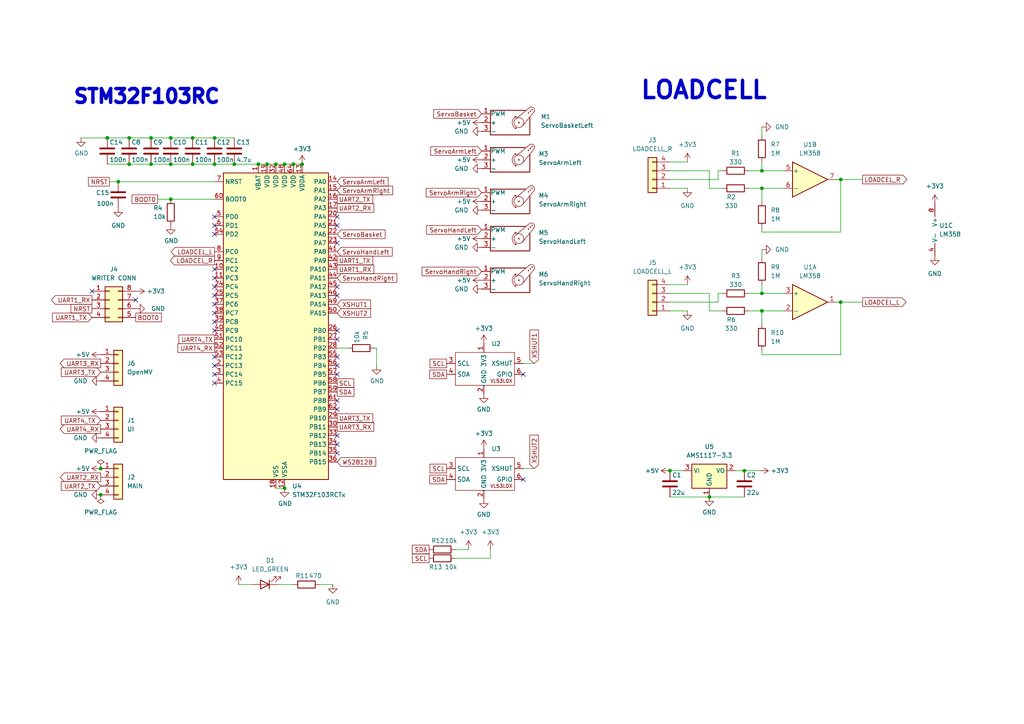
<source format=kicad_sch>
(kicad_sch (version 20230121) (generator eeschema)
  (paper "A4")
  (lib_symbols
    (symbol "Amplifier_Operational:LM358" (pin_names (offset 0.127))
      (property "Reference" "U" (at 0 5.08 0))
      (property "Value" "LM358" (at 0 -5.08 0))
      (symbol "LM358_1_1"
        (polyline (pts (xy -5.08 5.08) (xy 5.08 0) (xy -5.08 -5.08) (xy -5.08 5.08)) (stroke (width 0.254)) (fill (type background)))
        (pin output line (at 7.62 0 180) (length 2.54) (name "~") (number "1"))
        (pin input line (at -7.62 -2.54 0) (length 2.54) (name "-") (number "2"))
        (pin input line (at -7.62 2.54 0) (length 2.54) (name "+") (number "3"))
      )
      (symbol "LM358_2_1"
        (polyline (pts (xy -5.08 5.08) (xy 5.08 0) (xy -5.08 -5.08) (xy -5.08 5.08)) (stroke (width 0.254)) (fill (type background)))
        (pin input line (at -7.62 2.54 0) (length 2.54) (name "+") (number "5"))
        (pin input line (at -7.62 -2.54 0) (length 2.54) (name "-") (number "6"))
        (pin output line (at 7.62 0 180) (length 2.54) (name "~") (number "7"))
      )
      (symbol "LM358_3_1"
        (pin power_in line (at -2.54 -7.62 90) (length 3.81) (name "V-") (number "4"))
        (pin power_in line (at -2.54 7.62 270) (length 3.81) (name "V+") (number "8"))
      )
    )
    (symbol "Connector_Generic:Conn_01x04" (pin_names (offset 1.016) hide)
      (property "Reference" "J" (at 0 5.08 0))
      (property "Value" "Conn_01x04" (at 0 -7.62 0))
      (symbol "Conn_01x04_1_1"
        (rectangle (start -1.27 -4.953) (end 0 -5.207) (stroke (width 0.1524)))
        (rectangle (start -1.27 -2.413) (end 0 -2.667) (stroke (width 0.1524)))
        (rectangle (start -1.27 0.127) (end 0 -0.127) (stroke (width 0.1524)))
        (rectangle (start -1.27 2.667) (end 0 2.413) (stroke (width 0.1524)))
        (rectangle (start -1.27 3.81) (end 1.27 -6.35) (stroke (width 0.254)) (fill (type background)))
        (pin passive line (at -5.08 2.54 0) (length 3.81) (name "Pin_1") (number "1"))
        (pin passive line (at -5.08 0 0) (length 3.81) (name "Pin_2") (number "2"))
        (pin passive line (at -5.08 -2.54 0) (length 3.81) (name "Pin_3") (number "3"))
        (pin passive line (at -5.08 -5.08 0) (length 3.81) (name "Pin_4") (number "4"))
      )
    )
    (symbol "Connector_Generic:Conn_02x04_Counter_Clockwise" (pin_names (offset 1.016) hide)
      (property "Reference" "J" (at 1.27 5.08 0))
      (property "Value" "Conn_02x04_Counter_Clockwise" (at 1.27 -7.62 0))
      (symbol "Conn_02x04_Counter_Clockwise_1_1"
        (rectangle (start -1.27 -4.953) (end 0 -5.207) (stroke (width 0.1524)))
        (rectangle (start -1.27 -2.413) (end 0 -2.667) (stroke (width 0.1524)))
        (rectangle (start -1.27 0.127) (end 0 -0.127) (stroke (width 0.1524)))
        (rectangle (start -1.27 2.667) (end 0 2.413) (stroke (width 0.1524)))
        (rectangle (start -1.27 3.81) (end 3.81 -6.35) (stroke (width 0.254)) (fill (type background)))
        (rectangle (start 3.81 -4.953) (end 2.54 -5.207) (stroke (width 0.1524)))
        (rectangle (start 3.81 -2.413) (end 2.54 -2.667) (stroke (width 0.1524)))
        (rectangle (start 3.81 0.127) (end 2.54 -0.127) (stroke (width 0.1524)))
        (rectangle (start 3.81 2.667) (end 2.54 2.413) (stroke (width 0.1524)))
        (pin passive line (at -5.08 2.54 0) (length 3.81) (name "Pin_1") (number "1"))
        (pin passive line (at -5.08 0 0) (length 3.81) (name "Pin_2") (number "2"))
        (pin passive line (at -5.08 -2.54 0) (length 3.81) (name "Pin_3") (number "3"))
        (pin passive line (at -5.08 -5.08 0) (length 3.81) (name "Pin_4") (number "4"))
        (pin passive line (at 7.62 -5.08 180) (length 3.81) (name "Pin_5") (number "5"))
        (pin passive line (at 7.62 -2.54 180) (length 3.81) (name "Pin_6") (number "6"))
        (pin passive line (at 7.62 0 180) (length 3.81) (name "Pin_7") (number "7"))
        (pin passive line (at 7.62 2.54 180) (length 3.81) (name "Pin_8") (number "8"))
      )
    )
    (symbol "Device:C" (pin_numbers hide) (pin_names (offset 0.254))
      (property "Reference" "C" (at 0.635 2.54 0))
      (property "Value" "C" (at 0.635 -2.54 0))
      (symbol "C_0_1"
        (polyline (pts (xy -2.032 -0.762) (xy 2.032 -0.762)) (stroke (width 0.508)))
        (polyline (pts (xy -2.032 0.762) (xy 2.032 0.762)) (stroke (width 0.508)))
      )
      (symbol "C_1_1"
        (pin passive line (at 0 3.81 270) (length 2.794) (name "~") (number "1"))
        (pin passive line (at 0 -3.81 90) (length 2.794) (name "~") (number "2"))
      )
    )
    (symbol "Device:LED" (pin_numbers hide) (pin_names (offset 1.016) hide)
      (property "Reference" "D" (at 0 2.54 0))
      (property "Value" "LED" (at 0 -2.54 0))
      (symbol "LED_0_1"
        (polyline (pts (xy -1.27 -1.27) (xy -1.27 1.27)) (stroke (width 0.254)))
        (polyline (pts (xy -1.27 0) (xy 1.27 0)))
        (polyline (pts (xy 1.27 -1.27) (xy 1.27 1.27) (xy -1.27 0) (xy 1.27 -1.27)) (stroke (width 0.254)))
        (polyline (pts (xy -3.048 -0.762) (xy -4.572 -2.286) (xy -3.81 -2.286) (xy -4.572 -2.286) (xy -4.572 -1.524)))
        (polyline (pts (xy -1.778 -0.762) (xy -3.302 -2.286) (xy -2.54 -2.286) (xy -3.302 -2.286) (xy -3.302 -1.524)))
      )
      (symbol "LED_1_1"
        (pin passive line (at -3.81 0 0) (length 2.54) (name "K") (number "1"))
        (pin passive line (at 3.81 0 180) (length 2.54) (name "A") (number "2"))
      )
    )
    (symbol "Device:R" (pin_numbers hide) (pin_names (offset 0))
      (property "Reference" "R" (at 2.032 0 90))
      (property "Value" "R" (at 0 0 90))
      (symbol "R_0_1"
        (rectangle (start -1.016 -2.54) (end 1.016 2.54) (stroke (width 0.254)))
      )
      (symbol "R_1_1"
        (pin passive line (at 0 3.81 270) (length 1.27) (name "~") (number "1"))
        (pin passive line (at 0 -3.81 90) (length 1.27) (name "~") (number "2"))
      )
    )
    (symbol "MCU_ST_STM32F1:STM32F103RCTx"
      (property "Reference" "U" (at -15.24 46.99 0))
      (property "Value" "STM32F103RCTx" (at 10.16 46.99 0))
      (symbol "STM32F103RCTx_0_1"
        (rectangle (start -15.24 -43.18) (end 15.24 45.72) (stroke (width 0.254)) (fill (type background)))
      )
      (symbol "STM32F103RCTx_1_1"
        (pin power_in line (at -5.08 48.26 270) (length 2.54) (name "VBAT") (number "1"))
        (pin bidirectional line (at -17.78 17.78 0) (length 2.54) (name "PC2") (number "10"))
        (pin bidirectional line (at -17.78 15.24 0) (length 2.54) (name "PC3") (number "11"))
        (pin power_in line (at 2.54 -45.72 90) (length 2.54) (name "VSSA") (number "12"))
        (pin power_in line (at 7.62 48.26 270) (length 2.54) (name "VDDA") (number "13"))
        (pin bidirectional line (at 17.78 43.18 180) (length 2.54) (name "PA0") (number "14"))
        (pin bidirectional line (at 17.78 40.64 180) (length 2.54) (name "PA1") (number "15"))
        (pin bidirectional line (at 17.78 38.1 180) (length 2.54) (name "PA2") (number "16"))
        (pin bidirectional line (at 17.78 35.56 180) (length 2.54) (name "PA3") (number "17"))
        (pin power_in line (at 0 -45.72 90) (length 2.54) (name "VSS") (number "18"))
        (pin power_in line (at -2.54 48.26 270) (length 2.54) (name "VDD") (number "19"))
        (pin bidirectional line (at -17.78 -10.16 0) (length 2.54) (name "PC13") (number "2"))
        (pin bidirectional line (at 17.78 33.02 180) (length 2.54) (name "PA4") (number "20"))
        (pin bidirectional line (at 17.78 30.48 180) (length 2.54) (name "PA5") (number "21"))
        (pin bidirectional line (at 17.78 27.94 180) (length 2.54) (name "PA6") (number "22"))
        (pin bidirectional line (at 17.78 25.4 180) (length 2.54) (name "PA7") (number "23"))
        (pin bidirectional line (at -17.78 12.7 0) (length 2.54) (name "PC4") (number "24"))
        (pin bidirectional line (at -17.78 10.16 0) (length 2.54) (name "PC5") (number "25"))
        (pin bidirectional line (at 17.78 0 180) (length 2.54) (name "PB0") (number "26"))
        (pin bidirectional line (at 17.78 -2.54 180) (length 2.54) (name "PB1") (number "27"))
        (pin bidirectional line (at 17.78 -5.08 180) (length 2.54) (name "PB2") (number "28"))
        (pin bidirectional line (at 17.78 -25.4 180) (length 2.54) (name "PB10") (number "29"))
        (pin bidirectional line (at -17.78 -12.7 0) (length 2.54) (name "PC14") (number "3"))
        (pin bidirectional line (at 17.78 -27.94 180) (length 2.54) (name "PB11") (number "30"))
        (pin passive line (at 0 -45.72 90) (length 2.54) hide (name "VSS") (number "31"))
        (pin power_in line (at 0 48.26 270) (length 2.54) (name "VDD") (number "32"))
        (pin bidirectional line (at 17.78 -30.48 180) (length 2.54) (name "PB12") (number "33"))
        (pin bidirectional line (at 17.78 -33.02 180) (length 2.54) (name "PB13") (number "34"))
        (pin bidirectional line (at 17.78 -35.56 180) (length 2.54) (name "PB14") (number "35"))
        (pin bidirectional line (at 17.78 -38.1 180) (length 2.54) (name "PB15") (number "36"))
        (pin bidirectional line (at -17.78 7.62 0) (length 2.54) (name "PC6") (number "37"))
        (pin bidirectional line (at -17.78 5.08 0) (length 2.54) (name "PC7") (number "38"))
        (pin bidirectional line (at -17.78 2.54 0) (length 2.54) (name "PC8") (number "39"))
        (pin bidirectional line (at -17.78 -15.24 0) (length 2.54) (name "PC15") (number "4"))
        (pin bidirectional line (at -17.78 0 0) (length 2.54) (name "PC9") (number "40"))
        (pin bidirectional line (at 17.78 22.86 180) (length 2.54) (name "PA8") (number "41"))
        (pin bidirectional line (at 17.78 20.32 180) (length 2.54) (name "PA9") (number "42"))
        (pin bidirectional line (at 17.78 17.78 180) (length 2.54) (name "PA10") (number "43"))
        (pin bidirectional line (at 17.78 15.24 180) (length 2.54) (name "PA11") (number "44"))
        (pin bidirectional line (at 17.78 12.7 180) (length 2.54) (name "PA12") (number "45"))
        (pin bidirectional line (at 17.78 10.16 180) (length 2.54) (name "PA13") (number "46"))
        (pin passive line (at 0 -45.72 90) (length 2.54) hide (name "VSS") (number "47"))
        (pin power_in line (at 2.54 48.26 270) (length 2.54) (name "VDD") (number "48"))
        (pin bidirectional line (at 17.78 7.62 180) (length 2.54) (name "PA14") (number "49"))
        (pin bidirectional line (at -17.78 33.02 0) (length 2.54) (name "PD0") (number "5"))
        (pin bidirectional line (at 17.78 5.08 180) (length 2.54) (name "PA15") (number "50"))
        (pin bidirectional line (at -17.78 -2.54 0) (length 2.54) (name "PC10") (number "51"))
        (pin bidirectional line (at -17.78 -5.08 0) (length 2.54) (name "PC11") (number "52"))
        (pin bidirectional line (at -17.78 -7.62 0) (length 2.54) (name "PC12") (number "53"))
        (pin bidirectional line (at -17.78 27.94 0) (length 2.54) (name "PD2") (number "54"))
        (pin bidirectional line (at 17.78 -7.62 180) (length 2.54) (name "PB3") (number "55"))
        (pin bidirectional line (at 17.78 -10.16 180) (length 2.54) (name "PB4") (number "56"))
        (pin bidirectional line (at 17.78 -12.7 180) (length 2.54) (name "PB5") (number "57"))
        (pin bidirectional line (at 17.78 -15.24 180) (length 2.54) (name "PB6") (number "58"))
        (pin bidirectional line (at 17.78 -17.78 180) (length 2.54) (name "PB7") (number "59"))
        (pin bidirectional line (at -17.78 30.48 0) (length 2.54) (name "PD1") (number "6"))
        (pin input line (at -17.78 38.1 0) (length 2.54) (name "BOOT0") (number "60"))
        (pin bidirectional line (at 17.78 -20.32 180) (length 2.54) (name "PB8") (number "61"))
        (pin bidirectional line (at 17.78 -22.86 180) (length 2.54) (name "PB9") (number "62"))
        (pin passive line (at 0 -45.72 90) (length 2.54) hide (name "VSS") (number "63"))
        (pin power_in line (at 5.08 48.26 270) (length 2.54) (name "VDD") (number "64"))
        (pin input line (at -17.78 43.18 0) (length 2.54) (name "NRST") (number "7"))
        (pin bidirectional line (at -17.78 22.86 0) (length 2.54) (name "PC0") (number "8"))
        (pin bidirectional line (at -17.78 20.32 0) (length 2.54) (name "PC1") (number "9"))
      )
    )
    (symbol "Motor:Motor_Servo_Futaba_J" (pin_names (offset 0.0254))
      (property "Reference" "M" (at -5.08 4.445 0))
      (property "Value" "Motor_Servo_Futaba_J" (at -5.08 -4.064 0))
      (symbol "Motor_Servo_Futaba_J_0_1"
        (polyline (pts (xy 2.413 -1.778) (xy 2.032 -1.778)))
        (polyline (pts (xy 2.413 -1.778) (xy 2.286 -1.397)))
        (polyline (pts (xy 2.413 1.778) (xy 1.905 1.778)))
        (polyline (pts (xy 2.413 1.778) (xy 2.286 1.397)))
        (polyline (pts (xy 6.35 4.445) (xy 2.54 1.27)))
        (polyline (pts (xy 7.62 3.175) (xy 4.191 -1.016)))
        (polyline (pts (xy 5.08 3.556) (xy -5.08 3.556) (xy -5.08 -3.556) (xy 6.35 -3.556) (xy 6.35 1.524)) (stroke (width 0.254)))
        (arc (start 2.413 1.778) (mid 1.2406 0) (end 2.413 -1.778))
        (circle (center 3.175 0) (radius 0.1778))
        (circle (center 3.175 0) (radius 1.4224))
        (circle (center 5.969 2.794) (radius 0.127))
        (circle (center 6.477 3.302) (radius 0.127))
        (circle (center 6.985 3.81) (radius 0.127))
        (arc (start 7.62 3.175) (mid 7.4485 4.2735) (end 6.35 4.445))
      )
      (symbol "Motor_Servo_Futaba_J_1_1"
        (pin passive line (at -7.62 2.54 0) (length 2.54) (name "PWM") (number "1"))
        (pin passive line (at -7.62 0 0) (length 2.54) (name "+") (number "2"))
        (pin passive line (at -7.62 -2.54 0) (length 2.54) (name "-") (number "3"))
      )
    )
    (symbol "Regulator_Linear:AMS1117-3.3"
      (property "Reference" "U" (at -3.81 3.175 0))
      (property "Value" "AMS1117-3.3" (at 0 3.175 0))
      (symbol "AMS1117-3.3_0_1"
        (rectangle (start -5.08 -5.08) (end 5.08 1.905) (stroke (width 0.254)) (fill (type background)))
      )
      (symbol "AMS1117-3.3_1_1"
        (pin power_in line (at 0 -7.62 90) (length 2.54) (name "GND") (number "1"))
        (pin power_out line (at 7.62 0 180) (length 2.54) (name "VO") (number "2"))
        (pin power_in line (at -7.62 0 0) (length 2.54) (name "VI") (number "3"))
      )
    )
    (symbol "power:+3V3" (power) (pin_names (offset 0))
      (property "Value" "+3V3" (at 0 3.556 0))
      (symbol "+3V3_0_1"
        (polyline (pts (xy -0.762 1.27) (xy 0 2.54)))
        (polyline (pts (xy 0 0) (xy 0 2.54)))
        (polyline (pts (xy 0 2.54) (xy 0.762 1.27)))
      )
      (symbol "+3V3_1_1"
        (pin power_in line (at 0 0 90) (length 0) hide (name "+3V3") (number "1"))
      )
    )
    (symbol "power:+5V" (power) (pin_names (offset 0))
      (property "Value" "+5V" (at 0 3.556 0))
      (symbol "+5V_0_1"
        (polyline (pts (xy -0.762 1.27) (xy 0 2.54)))
        (polyline (pts (xy 0 0) (xy 0 2.54)))
        (polyline (pts (xy 0 2.54) (xy 0.762 1.27)))
      )
      (symbol "+5V_1_1"
        (pin power_in line (at 0 0 90) (length 0) hide (name "+5V") (number "1"))
      )
    )
    (symbol "power:GND" (power) (pin_names (offset 0))
      (property "Value" "GND" (at 0 -3.81 0))
      (symbol "GND_0_1"
        (polyline (pts (xy 0 0) (xy 0 -1.27) (xy 1.27 -1.27) (xy 0 -2.54) (xy -1.27 -1.27) (xy 0 -1.27)))
      )
      (symbol "GND_1_1"
        (pin power_in line (at 0 0 270) (length 0) hide (name "GND") (number "1"))
      )
    )
    (symbol "power:PWR_FLAG" (power) (pin_numbers hide) (pin_names (offset 0) hide)
      (property "Value" "PWR_FLAG" (at 0 3.81 0))
      (symbol "PWR_FLAG_0_0"
        (pin power_out line (at 0 0 90) (length 0) (name "pwr") (number "1"))
      )
      (symbol "PWR_FLAG_0_1"
        (polyline (pts (xy 0 0) (xy 0 1.27) (xy -1.016 1.905) (xy 0 2.54) (xy 1.016 1.905) (xy 0 1.27)))
      )
    )
    (symbol "tuton_module:vl53l0x_module"
      (property "Reference" "U" (at 4.445 10.795 0))
      (symbol "vl53l0x_module_0_1"
        (rectangle (start -8.255 9.525) (end 8.89 0))
      )
      (symbol "vl53l0x_module_1_1"
        (text "VL53L0X" (at 5.08 1.27 0) (effects (font (size 1.016 1.016))))
        (pin power_in line (at 0 12.065 270) (length 2.54) (name "3V3") (number "1"))
        (pin power_in line (at 0 -2.54 90) (length 2.54) (name "GND") (number "2"))
        (pin passive line (at -10.795 6.35 0) (length 2.54) (name "SCL") (number "3"))
        (pin passive line (at -10.795 3.175 0) (length 2.54) (name "SDA") (number "4"))
        (pin passive line (at 11.43 6.35 180) (length 2.54) (name "XSHUT") (number "5"))
        (pin passive line (at 11.43 3.175 180) (length 2.54) (name "GPIO") (number "6"))
      )
    )
  )
  (junction (at 77.47 47.625))
  (junction (at 74.93 47.625))
  (junction (at 62.23 47.625))
  (junction (at 220.98 90.17))
  (junction (at 243.84 87.63))
  (junction (at 215.9 136.525))
  (junction (at 220.98 54.61))
  (junction (at 43.815 47.625))
  (junction (at 49.53 57.785))
  (junction (at 220.98 49.53))
  (junction (at 80.01 47.625))
  (junction (at 37.465 47.625))
  (junction (at 29.21 143.51))
  (junction (at 37.465 40.005))
  (junction (at 62.23 40.005))
  (junction (at 194.31 136.525))
  (junction (at 243.84 52.07))
  (junction (at 55.88 40.005))
  (junction (at 29.21 135.89))
  (junction (at 82.55 141.605))
  (junction (at 220.98 85.09))
  (junction (at 85.09 47.625))
  (junction (at 49.53 47.625))
  (junction (at 87.63 47.625))
  (junction (at 55.88 47.625))
  (junction (at 67.945 47.625))
  (junction (at 31.115 40.005))
  (junction (at 43.815 40.005))
  (junction (at 205.74 144.145))
  (junction (at 34.29 52.705))
  (junction (at 82.55 47.625))
  (junction (at 49.53 40.005))
  (no_connect (at 62.23 88.265))
  (no_connect (at 62.23 78.105))
  (no_connect (at 151.765 108.585))
  (no_connect (at 39.37 86.995))
  (no_connect (at 97.79 95.885))
  (no_connect (at 62.23 80.645))
  (no_connect (at 97.79 103.505))
  (no_connect (at 97.79 98.425))
  (no_connect (at 62.23 111.125))
  (no_connect (at 62.23 93.345))
  (no_connect (at 62.23 85.725))
  (no_connect (at 97.79 131.445))
  (no_connect (at 62.23 95.885))
  (no_connect (at 97.79 108.585))
  (no_connect (at 97.79 65.405))
  (no_connect (at 97.79 116.205))
  (no_connect (at 97.79 62.865))
  (no_connect (at 62.23 106.045))
  (no_connect (at 97.79 128.905))
  (no_connect (at 26.67 84.455))
  (no_connect (at 62.23 65.405))
  (no_connect (at 151.765 139.065))
  (no_connect (at 97.79 118.745))
  (no_connect (at 62.23 62.865))
  (no_connect (at 62.23 90.805))
  (no_connect (at 62.23 83.185))
  (no_connect (at 62.23 108.585))
  (no_connect (at 62.23 67.945))
  (no_connect (at 97.79 70.485))
  (no_connect (at 97.79 85.725))
  (no_connect (at 97.79 126.365))
  (no_connect (at 97.79 83.185))
  (no_connect (at 97.79 106.045))
  (no_connect (at 62.23 103.505))
  (wire (pts (xy 55.88 47.625) (xy 62.23 47.625)))
  (wire (pts (xy 194.31 49.53) (xy 205.74 49.53)))
  (wire (pts (xy 220.98 85.09) (xy 227.33 85.09)))
  (wire (pts (xy 199.39 54.61) (xy 194.31 54.61)))
  (wire (pts (xy 220.345 136.525) (xy 215.9 136.525)))
  (wire (pts (xy 194.31 52.07) (xy 208.28 52.07)))
  (wire (pts (xy 142.24 159.385) (xy 142.24 161.925)))
  (wire (pts (xy 100.965 100.965) (xy 97.79 100.965)))
  (wire (pts (xy 62.23 47.625) (xy 67.945 47.625)))
  (wire (pts (xy 77.47 47.625) (xy 80.01 47.625)))
  (wire (pts (xy 34.29 52.705) (xy 62.23 52.705)))
  (wire (pts (xy 220.98 49.53) (xy 227.33 49.53)))
  (wire (pts (xy 31.115 40.005) (xy 37.465 40.005)))
  (wire (pts (xy 85.09 169.545) (xy 80.645 169.545)))
  (wire (pts (xy 194.31 85.09) (xy 205.74 85.09)))
  (wire (pts (xy 45.72 57.785) (xy 49.53 57.785)))
  (wire (pts (xy 194.31 87.63) (xy 208.28 87.63)))
  (wire (pts (xy 31.115 47.625) (xy 37.465 47.625)))
  (wire (pts (xy 215.9 136.525) (xy 213.36 136.525)))
  (wire (pts (xy 220.98 90.17) (xy 220.98 93.98)))
  (wire (pts (xy 220.98 82.55) (xy 220.98 85.09)))
  (wire (pts (xy 80.01 47.625) (xy 82.55 47.625)))
  (wire (pts (xy 205.74 85.09) (xy 205.74 90.17)))
  (wire (pts (xy 243.84 52.07) (xy 250.19 52.07)))
  (wire (pts (xy 220.98 102.87) (xy 243.84 102.87)))
  (wire (pts (xy 43.815 47.625) (xy 49.53 47.625)))
  (wire (pts (xy 49.53 47.625) (xy 55.88 47.625)))
  (wire (pts (xy 242.57 52.07) (xy 243.84 52.07)))
  (wire (pts (xy 37.465 40.005) (xy 43.815 40.005)))
  (wire (pts (xy 109.22 100.965) (xy 109.22 106.045)))
  (wire (pts (xy 74.93 47.625) (xy 77.47 47.625)))
  (wire (pts (xy 205.74 90.17) (xy 209.55 90.17)))
  (wire (pts (xy 243.84 52.07) (xy 243.84 67.31)))
  (wire (pts (xy 205.74 49.53) (xy 205.74 54.61)))
  (wire (pts (xy 49.53 40.005) (xy 55.88 40.005)))
  (wire (pts (xy 37.465 47.625) (xy 43.815 47.625)))
  (wire (pts (xy 62.23 40.005) (xy 67.945 40.005)))
  (wire (pts (xy 220.98 66.04) (xy 220.98 67.31)))
  (wire (pts (xy 85.09 47.625) (xy 87.63 47.625)))
  (wire (pts (xy 154.94 135.89) (xy 151.765 135.89)))
  (wire (pts (xy 73.025 169.545) (xy 69.215 169.545)))
  (wire (pts (xy 199.39 90.17) (xy 194.31 90.17)))
  (wire (pts (xy 217.17 90.17) (xy 220.98 90.17)))
  (wire (pts (xy 82.55 47.625) (xy 85.09 47.625)))
  (wire (pts (xy 132.08 159.385) (xy 135.89 159.385)))
  (wire (pts (xy 31.75 52.705) (xy 34.29 52.705)))
  (wire (pts (xy 154.94 105.41) (xy 151.765 105.41)))
  (wire (pts (xy 220.98 54.61) (xy 227.33 54.61)))
  (wire (pts (xy 49.53 57.785) (xy 62.23 57.785)))
  (wire (pts (xy 242.57 87.63) (xy 243.84 87.63)))
  (wire (pts (xy 23.495 40.005) (xy 31.115 40.005)))
  (wire (pts (xy 243.84 87.63) (xy 250.19 87.63)))
  (wire (pts (xy 108.585 100.965) (xy 109.22 100.965)))
  (wire (pts (xy 55.88 40.005) (xy 62.23 40.005)))
  (wire (pts (xy 205.74 54.61) (xy 209.55 54.61)))
  (wire (pts (xy 142.24 161.925) (xy 132.08 161.925)))
  (wire (pts (xy 243.84 87.63) (xy 243.84 102.87)))
  (wire (pts (xy 208.28 87.63) (xy 208.28 85.09)))
  (wire (pts (xy 220.98 67.31) (xy 243.84 67.31)))
  (wire (pts (xy 220.98 102.87) (xy 220.98 101.6)))
  (wire (pts (xy 194.31 136.525) (xy 198.12 136.525)))
  (wire (pts (xy 194.31 82.55) (xy 199.39 82.55)))
  (wire (pts (xy 208.28 85.09) (xy 209.55 85.09)))
  (wire (pts (xy 220.98 90.17) (xy 227.33 90.17)))
  (wire (pts (xy 220.98 46.99) (xy 220.98 49.53)))
  (wire (pts (xy 217.17 54.61) (xy 220.98 54.61)))
  (wire (pts (xy 80.01 141.605) (xy 82.55 141.605)))
  (wire (pts (xy 194.31 144.145) (xy 205.74 144.145)))
  (wire (pts (xy 43.815 40.005) (xy 49.53 40.005)))
  (wire (pts (xy 220.98 54.61) (xy 220.98 58.42)))
  (wire (pts (xy 205.74 144.145) (xy 215.9 144.145)))
  (wire (pts (xy 220.98 36.83) (xy 220.98 39.37)))
  (wire (pts (xy 208.28 49.53) (xy 209.55 49.53)))
  (wire (pts (xy 194.31 46.99) (xy 199.39 46.99)))
  (wire (pts (xy 67.945 47.625) (xy 74.93 47.625)))
  (wire (pts (xy 217.17 49.53) (xy 220.98 49.53)))
  (wire (pts (xy 96.52 169.545) (xy 92.71 169.545)))
  (wire (pts (xy 208.28 52.07) (xy 208.28 49.53)))
  (wire (pts (xy 220.98 72.39) (xy 220.98 74.93)))
  (wire (pts (xy 217.17 85.09) (xy 220.98 85.09)))
  (text "LOADCELL" (at 185.42 29.21 0) (effects (font (size 5 5) (thickness 1) bold) (justify left bottom)))
  (text "STM32F103RC" (at 20.955 30.48 0) (effects (font (size 4 4) (thickness 2) bold) (justify left bottom)))
  (global_label "ServoHandRight" (shape input) (at 97.79 80.645 0) (property "Intersheetrefs" "${INTERSHEET_REFS}" (effects hide)))
  (global_label "ServoBasket" (shape input) (at 97.79 67.945 0) (property "Intersheetrefs" "${INTERSHEET_REFS}" (effects hide)))
  (global_label "UART1_RX" (shape output) (at 26.67 86.995 180) (property "Intersheetrefs" "${INTERSHEET_REFS}" (effects hide)))
  (global_label "XSHUT1" (shape input) (at 154.94 105.41 90) (property "Intersheetrefs" "${INTERSHEET_REFS}" (effects hide)))
  (global_label "UART2_RX" (shape output) (at 29.21 138.43 180) (property "Intersheetrefs" "${INTERSHEET_REFS}" (effects hide)))
  (global_label "UART1_TX" (shape input) (at 26.67 92.075 180) (property "Intersheetrefs" "${INTERSHEET_REFS}" (effects hide)))
  (global_label "UART4_TX" (shape input) (at 29.21 121.92 180) (property "Intersheetrefs" "${INTERSHEET_REFS}" (effects hide)))
  (global_label "ServoHandLeft" (shape input) (at 97.79 73.025 0) (property "Intersheetrefs" "${INTERSHEET_REFS}" (effects hide)))
  (global_label "LOADCEL_R" (shape output) (at 250.19 52.07 0) (property "Intersheetrefs" "${INTERSHEET_REFS}" (effects hide)))
  (global_label "WS2812B" (shape input) (at 97.79 133.985 0) (property "Intersheetrefs" "${INTERSHEET_REFS}" (effects hide)))
  (global_label "LOADCEL_R" (shape output) (at 62.23 75.565 180) (property "Intersheetrefs" "${INTERSHEET_REFS}" (effects hide)))
  (global_label "XSHUT2" (shape input) (at 154.94 135.89 90) (property "Intersheetrefs" "${INTERSHEET_REFS}" (effects hide)))
  (global_label "BOOT0" (shape passive) (at 45.72 57.785 180) (property "Intersheetrefs" "${INTERSHEET_REFS}" (effects hide)))
  (global_label "NRST" (shape passive) (at 26.67 89.535 180) (property "Intersheetrefs" "${INTERSHEET_REFS}" (effects hide)))
  (global_label "ServoHandRight" (shape input) (at 139.7 78.74 180) (property "Intersheetrefs" "${INTERSHEET_REFS}" (effects hide)))
  (global_label "LOADCEL_L" (shape output) (at 62.23 73.025 180) (property "Intersheetrefs" "${INTERSHEET_REFS}" (effects hide)))
  (global_label "ServoArmRight" (shape input) (at 139.7 55.88 180) (property "Intersheetrefs" "${INTERSHEET_REFS}" (effects hide)))
  (global_label "UART1_TX" (shape passive) (at 97.79 75.565 0) (property "Intersheetrefs" "${INTERSHEET_REFS}" (effects hide)))
  (global_label "SCL" (shape passive) (at 124.46 161.925 180) (property "Intersheetrefs" "${INTERSHEET_REFS}" (effects hide)))
  (global_label "SCL" (shape passive) (at 97.79 111.125 0) (property "Intersheetrefs" "${INTERSHEET_REFS}" (effects hide)))
  (global_label "UART4_TX" (shape passive) (at 62.23 98.425 180) (property "Intersheetrefs" "${INTERSHEET_REFS}" (effects hide)))
  (global_label "UART2_TX" (shape passive) (at 97.79 57.785 0) (property "Intersheetrefs" "${INTERSHEET_REFS}" (effects hide)))
  (global_label "ServoArmLeft" (shape input) (at 139.7 43.815 180) (property "Intersheetrefs" "${INTERSHEET_REFS}" (effects hide)))
  (global_label "SDA" (shape passive) (at 129.54 139.065 180) (property "Intersheetrefs" "${INTERSHEET_REFS}" (effects hide)))
  (global_label "XSHUT1" (shape input) (at 97.79 88.265 0) (property "Intersheetrefs" "${INTERSHEET_REFS}" (effects hide)))
  (global_label "SDA" (shape passive) (at 124.46 159.385 180) (property "Intersheetrefs" "${INTERSHEET_REFS}" (effects hide)))
  (global_label "UART3_TX" (shape input) (at 29.21 107.95 180) (property "Intersheetrefs" "${INTERSHEET_REFS}" (effects hide)))
  (global_label "SCL" (shape passive) (at 129.54 105.41 180) (property "Intersheetrefs" "${INTERSHEET_REFS}" (effects hide)))
  (global_label "ServoArmLeft" (shape input) (at 97.79 52.705 0) (property "Intersheetrefs" "${INTERSHEET_REFS}" (effects hide)))
  (global_label "UART2_RX" (shape passive) (at 97.79 60.325 0) (property "Intersheetrefs" "${INTERSHEET_REFS}" (effects hide)))
  (global_label "UART4_RX" (shape passive) (at 62.23 100.965 180) (property "Intersheetrefs" "${INTERSHEET_REFS}" (effects hide)))
  (global_label "UART3_RX" (shape passive) (at 97.79 123.825 0) (property "Intersheetrefs" "${INTERSHEET_REFS}" (effects hide)))
  (global_label "UART3_TX" (shape passive) (at 97.79 121.285 0) (property "Intersheetrefs" "${INTERSHEET_REFS}" (effects hide)))
  (global_label "NRST" (shape passive) (at 31.75 52.705 180) (property "Intersheetrefs" "${INTERSHEET_REFS}" (effects hide)))
  (global_label "UART4_RX" (shape output) (at 29.21 124.46 180) (property "Intersheetrefs" "${INTERSHEET_REFS}" (effects hide)))
  (global_label "UART2_TX" (shape input) (at 29.21 140.97 180) (property "Intersheetrefs" "${INTERSHEET_REFS}" (effects hide)))
  (global_label "SDA" (shape passive) (at 129.54 108.585 180) (property "Intersheetrefs" "${INTERSHEET_REFS}" (effects hide)))
  (global_label "ServoArmRight" (shape input) (at 97.79 55.245 0) (property "Intersheetrefs" "${INTERSHEET_REFS}" (effects hide)))
  (global_label "UART3_RX" (shape output) (at 29.21 105.41 180) (property "Intersheetrefs" "${INTERSHEET_REFS}" (effects hide)))
  (global_label "BOOT0" (shape passive) (at 39.37 92.075 0) (property "Intersheetrefs" "${INTERSHEET_REFS}" (effects hide)))
  (global_label "LOADCEL_L" (shape output) (at 250.19 87.63 0) (property "Intersheetrefs" "${INTERSHEET_REFS}" (effects hide)))
  (global_label "ServoHandLeft" (shape input) (at 139.7 66.675 180) (property "Intersheetrefs" "${INTERSHEET_REFS}" (effects hide)))
  (global_label "SDA" (shape passive) (at 97.79 113.665 0) (property "Intersheetrefs" "${INTERSHEET_REFS}" (effects hide)))
  (global_label "ServoBasket" (shape input) (at 139.7 33.02 180) (property "Intersheetrefs" "${INTERSHEET_REFS}" (effects hide)))
  (global_label "XSHUT2" (shape input) (at 97.79 90.805 0) (property "Intersheetrefs" "${INTERSHEET_REFS}" (effects hide)))
  (global_label "SCL" (shape passive) (at 129.54 135.89 180) (property "Intersheetrefs" "${INTERSHEET_REFS}" (effects hide)))
  (global_label "UART1_RX" (shape passive) (at 97.79 78.105 0) (property "Intersheetrefs" "${INTERSHEET_REFS}" (effects hide)))
  (symbol (lib_id "power:+5V") (at 139.7 46.355 90) (unit 1)
    (property "Reference" "#PWR021" (effects hide))
    (property "Value" "+5V" (at 136.525 46.355 90) (effects (justify left)))
  )
  (symbol (lib_id "power:GND") (at 139.7 83.82 270) (unit 1)
    (property "Reference" "#PWR028" (effects hide))
    (property "Value" "GND" (at 135.89 83.82 90) (effects (justify right)))
  )
  (symbol (lib_id "Device:R") (at 88.9 169.545 270) (unit 1)
    (property "Reference" "R11" (at 87.63 167.005 90))
    (property "Value" "470" (at 91.44 167.005 90))
    (property "Footprint" "Resistor_SMD:R_0603_1608Metric" (effects hide))
    (property "LCSC" "C23179" (effects hide))
  )
  (symbol (lib_id "power:GND") (at 140.335 144.78 0) (unit 1)
    (property "Reference" "#PWR016" (effects hide))
    (property "Value" "GND" (at 140.335 149.225 0))
  )
  (symbol (lib_id "Amplifier_Operational:LM358") (at 234.95 87.63 0) (unit 1)
    (property "Reference" "U1" (at 234.95 77.47 0))
    (property "Value" "LM358" (at 234.95 80.01 0))
    (property "Footprint" "Package_SO:SOIC-8_3.9x4.9mm_P1.27mm" (effects hide))
    (property "Datasheet" "http://www.ti.com/lit/ds/symlink/lm2904-n.pdf" (effects hide))
    (property "LCSC" "C5423" (effects hide))
  )
  (symbol (lib_id "power:+3V3") (at 135.89 159.385 0) (unit 1)
    (property "Reference" "#PWR08" (effects hide))
    (property "Value" "+3V3" (at 135.89 154.305 0))
  )
  (symbol (lib_id "Device:R") (at 128.27 159.385 270) (unit 1)
    (property "Reference" "R12" (at 127 156.845 90))
    (property "Value" "10k" (at 130.81 156.845 90))
    (property "Footprint" "Resistor_SMD:R_1206_3216Metric" (effects hide))
    (property "LCSC" "C17902" (effects hide))
  )
  (symbol (lib_id "Device:C") (at 49.53 43.815 0) (unit 1)
    (property "Reference" "C10" (at 50.165 41.275 0) (effects (justify left)))
    (property "Value" "100n" (at 50.165 46.355 0) (effects (justify left)))
    (property "Footprint" "Capacitor_SMD:C_0402_1005Metric" (effects hide))
    (property "LCSC" "C1525" (effects hide))
  )
  (symbol (lib_id "power:GND") (at 49.53 65.405 0) (unit 1)
    (property "Reference" "#PWR020" (effects hide))
    (property "Value" "GND" (at 47.625 69.85 0) (effects (justify left)))
  )
  (symbol (lib_id "tuton_module:vl53l0x_module") (at 140.335 142.24 0) (unit 1)
    (property "Reference" "U3" (at 142.5291 130.175 0) (effects (justify left)))
    (property "Value" "~" (at 140.335 142.24 0))
    (property "Footprint" "tuton:vl53l0x_vertical" (effects hide))
  )
  (symbol (lib_id "power:GND") (at 271.145 74.295 0) (unit 1)
    (property "Reference" "#PWR052" (effects hide))
    (property "Value" "GND" (at 271.145 79.375 0))
  )
  (symbol (lib_id "power:GND") (at 139.7 48.895 270) (unit 1)
    (property "Reference" "#PWR022" (effects hide))
    (property "Value" "GND" (at 135.89 48.895 90) (effects (justify right)))
  )
  (symbol (lib_id "power:+3V3") (at 69.215 169.545 0) (unit 1)
    (property "Reference" "#PWR06" (effects hide))
    (property "Value" "+3V3" (at 69.215 164.465 0))
  )
  (symbol (lib_id "power:GND") (at 29.21 110.49 270) (unit 1)
    (property "Reference" "#PWR013" (effects hide))
    (property "Value" "GND" (at 25.4 110.49 90) (effects (justify right)))
  )
  (symbol (lib_id "Connector_Generic:Conn_01x04") (at 34.29 105.41 0) (unit 1)
    (property "Reference" "J6" (at 36.83 105.41 0) (effects (justify left)))
    (property "Value" "OpenMV" (at 36.83 107.95 0) (effects (justify left)))
    (property "Footprint" "Connector_JST:JST_XH_B4B-XH-A_1x04_P2.50mm_Vertical" (effects hide))
  )
  (symbol (lib_id "Device:C") (at 194.31 140.335 0) (unit 1)
    (property "Reference" "C1" (at 194.945 137.795 0) (effects (justify left)))
    (property "Value" "22u" (at 194.945 142.875 0) (effects (justify left)))
    (property "Footprint" "Capacitor_SMD:C_0805_2012Metric" (effects hide))
    (property "LCSC" "C45783" (effects hide))
  )
  (symbol (lib_id "power:+3V3") (at 140.335 130.175 0) (unit 1)
    (property "Reference" "#PWR011" (effects hide))
    (property "Value" "+3V3" (at 140.335 125.73 0))
  )
  (symbol (lib_id "power:+5V") (at 29.21 135.89 90) (unit 1)
    (property "Reference" "#PWR04" (effects hide))
    (property "Value" "+5V" (at 26.035 135.89 90) (effects (justify left)))
  )
  (symbol (lib_id "Device:LED") (at 76.835 169.545 180) (unit 1)
    (property "Reference" "D1" (at 78.4225 162.56 0))
    (property "Value" "LED_GREEN" (at 78.4225 165.1 0))
    (property "Footprint" "LED_SMD:LED_0805_2012Metric" (effects hide))
    (property "LCSC" "C2297" (effects hide))
  )
  (symbol (lib_id "power:+5V") (at 194.31 136.525 90) (unit 1)
    (property "Reference" "#PWR054" (effects hide))
    (property "Value" "+5V" (at 191.135 136.525 90) (effects (justify left)))
  )
  (symbol (lib_id "Device:C") (at 34.29 56.515 180) (unit 1)
    (property "Reference" "C15" (at 31.75 55.88 0) (effects (justify left)))
    (property "Value" "100n" (at 33.02 59.055 0) (effects (justify left)))
    (property "Footprint" "Capacitor_SMD:C_0402_1005Metric" (effects hide))
    (property "LCSC" "C1525" (effects hide))
  )
  (symbol (lib_id "Connector_Generic:Conn_01x04") (at 189.23 52.07 180) (unit 1)
    (property "Reference" "J3" (at 189.23 40.64 0))
    (property "Value" "LOADCELL_R" (at 189.23 43.18 0))
    (property "Footprint" "Connector_JST:JST_XH_S4B-XH-A_1x04_P2.50mm_Horizontal" (effects hide))
  )
  (symbol (lib_id "power:+5V") (at 29.21 102.87 90) (unit 1)
    (property "Reference" "#PWR012" (effects hide))
    (property "Value" "+5V" (at 26.035 102.87 90) (effects (justify left)))
  )
  (symbol (lib_id "power:GND") (at 220.98 72.39 90) (unit 1)
    (property "Reference" "#PWR050" (effects hide))
    (property "Value" "GND" (at 224.79 72.39 90) (effects (justify right)))
  )
  (symbol (lib_id "power:PWR_FLAG") (at 29.21 135.89 0) (unit 1)
    (property "Reference" "#FLG01" (effects hide))
    (property "Value" "PWR_FLAG" (at 29.21 130.81 0))
  )
  (symbol (lib_id "power:GND") (at 220.98 36.83 90) (unit 1)
    (property "Reference" "#PWR049" (effects hide))
    (property "Value" "GND" (at 224.79 36.83 90) (effects (justify right)))
  )
  (symbol (lib_id "power:PWR_FLAG") (at 29.21 143.51 180) (unit 1)
    (property "Reference" "#FLG02" (effects hide))
    (property "Value" "PWR_FLAG" (at 29.21 148.59 0))
  )
  (symbol (lib_id "power:+5V") (at 139.7 81.28 90) (unit 1)
    (property "Reference" "#PWR027" (effects hide))
    (property "Value" "+5V" (at 136.525 81.28 90) (effects (justify left)))
  )
  (symbol (lib_id "power:GND") (at 34.29 60.325 0) (unit 1)
    (property "Reference" "#PWR019" (effects hide))
    (property "Value" "GND" (at 34.29 65.405 0))
  )
  (symbol (lib_id "power:GND") (at 109.22 106.045 0) (unit 1)
    (property "Reference" "#PWR029" (effects hide))
    (property "Value" "GND" (at 107.315 110.49 0) (effects (justify left)))
  )
  (symbol (lib_id "Connector_Generic:Conn_01x04") (at 34.29 121.92 0) (unit 1)
    (property "Reference" "J1" (at 36.83 121.92 0) (effects (justify left)))
    (property "Value" "UI" (at 36.83 124.46 0) (effects (justify left)))
    (property "Footprint" "Connector_JST:JST_XH_S4B-XH-A_1x04_P2.50mm_Horizontal" (effects hide))
  )
  (symbol (lib_id "Device:C") (at 43.815 43.815 0) (unit 1)
    (property "Reference" "C9" (at 44.45 41.275 0) (effects (justify left)))
    (property "Value" "100n" (at 44.45 46.355 0) (effects (justify left)))
    (property "Footprint" "Capacitor_SMD:C_0402_1005Metric" (effects hide))
    (property "LCSC" "C1525" (effects hide))
  )
  (symbol (lib_id "Device:C") (at 31.115 43.815 0) (unit 1)
    (property "Reference" "C14" (at 31.75 41.275 0) (effects (justify left)))
    (property "Value" "100n" (at 31.75 46.355 0) (effects (justify left)))
    (property "Footprint" "Capacitor_SMD:C_0402_1005Metric" (effects hide))
    (property "LCSC" "C1525" (effects hide))
  )
  (symbol (lib_id "Motor:Motor_Servo_Futaba_J") (at 147.32 81.28 0) (unit 1)
    (property "Reference" "M6" (at 156.21 79.5766 0) (effects (justify left)))
    (property "Value" "ServoHandRight" (at 156.21 82.1166 0) (effects (justify left)))
    (property "Footprint" "Connector_PinHeader_2.54mm:PinHeader_1x03_P2.54mm_Horizontal" (effects hide))
    (property "Datasheet" "http://forums.parallax.com/uploads/attachments/46831/74481.png" (effects hide))
  )
  (symbol (lib_id "MCU_ST_STM32F1:STM32F103RCTx") (at 80.01 95.885 0) (unit 1)
    (property "Reference" "U4" (at 84.7441 140.97 0) (effects (justify left)))
    (property "Value" "STM32F103RCTx" (at 84.7441 143.51 0) (effects (justify left)))
    (property "Footprint" "Package_QFP:LQFP-64_10x10mm_P0.5mm" (effects hide))
    (property "Datasheet" "https://www.st.com/resource/en/datasheet/stm32f103rc.pdf" (effects hide))
    (property "LCSC" "C8323" (effects hide))
  )
  (symbol (lib_id "power:GND") (at 96.52 169.545 0) (unit 1)
    (property "Reference" "#PWR07" (effects hide))
    (property "Value" "GND" (at 96.52 174.625 0))
  )
  (symbol (lib_id "power:GND") (at 39.37 89.535 90) (unit 1)
    (property "Reference" "#PWR015" (effects hide))
    (property "Value" "GND" (at 43.8134 89.535 90) (effects (justify right)))
  )
  (symbol (lib_id "Device:R") (at 213.36 54.61 270) (unit 1)
    (property "Reference" "R2" (at 212.09 57.15 90))
    (property "Value" "330" (at 212.09 59.69 90))
    (property "Footprint" "Resistor_SMD:R_0603_1608Metric" (effects hide))
    (property "LCSC" "C23138" (effects hide))
  )
  (symbol (lib_id "power:+5V") (at 139.7 58.42 90) (unit 1)
    (property "Reference" "#PWR023" (effects hide))
    (property "Value" "+5V" (at 136.525 58.42 90) (effects (justify left)))
  )
  (symbol (lib_id "power:GND") (at 139.7 71.755 270) (unit 1)
    (property "Reference" "#PWR026" (effects hide))
    (property "Value" "GND" (at 135.89 71.755 90) (effects (justify right)))
  )
  (symbol (lib_id "power:GND") (at 23.495 40.005 0) (unit 1)
    (property "Reference" "#PWR030" (effects hide))
    (property "Value" "GND" (at 21.59 44.45 0) (effects (justify left)))
  )
  (symbol (lib_id "Device:C") (at 37.465 43.815 0) (unit 1)
    (property "Reference" "C8" (at 38.1 41.275 0) (effects (justify left)))
    (property "Value" "100n" (at 38.1 46.355 0) (effects (justify left)))
    (property "Footprint" "Capacitor_SMD:C_0402_1005Metric" (effects hide))
    (property "LCSC" "C1525" (effects hide))
  )
  (symbol (lib_id "Device:R") (at 213.36 49.53 90) (unit 1)
    (property "Reference" "R1" (at 213.36 44.45 90))
    (property "Value" "330" (at 213.36 46.99 90))
    (property "Footprint" "Resistor_SMD:R_0603_1608Metric" (effects hide))
    (property "LCSC" "C23138" (effects hide))
  )
  (symbol (lib_id "power:+3V3") (at 140.335 99.695 0) (unit 1)
    (property "Reference" "#PWR09" (effects hide))
    (property "Value" "+3V3" (at 140.335 95.25 0))
  )
  (symbol (lib_id "power:+3V3") (at 87.63 47.625 0) (unit 1)
    (property "Reference" "#PWR031" (effects hide))
    (property "Value" "+3V3" (at 87.63 43.18 0))
  )
  (symbol (lib_id "Connector_Generic:Conn_01x04") (at 189.23 87.63 180) (unit 1)
    (property "Reference" "J5" (at 189.23 76.2 0))
    (property "Value" "LOADCELL_L" (at 189.23 78.74 0))
    (property "Footprint" "Connector_JST:JST_XH_S4B-XH-A_1x04_P2.50mm_Horizontal" (effects hide))
  )
  (symbol (lib_id "Motor:Motor_Servo_Futaba_J") (at 147.32 69.215 0) (unit 1)
    (property "Reference" "M5" (at 156.21 67.5116 0) (effects (justify left)))
    (property "Value" "ServoHandLeft" (at 156.21 70.0516 0) (effects (justify left)))
    (property "Footprint" "Connector_PinHeader_2.54mm:PinHeader_1x03_P2.54mm_Horizontal" (effects hide))
    (property "Datasheet" "http://forums.parallax.com/uploads/attachments/46831/74481.png" (effects hide))
  )
  (symbol (lib_id "power:+3V3") (at 142.24 159.385 0) (unit 1)
    (property "Reference" "#PWR032" (effects hide))
    (property "Value" "+3V3" (at 142.24 154.305 0))
  )
  (symbol (lib_id "Device:R") (at 220.98 62.23 180) (unit 1)
    (property "Reference" "R8" (at 223.52 60.96 0) (effects (justify right)))
    (property "Value" "1M" (at 223.52 63.5 0) (effects (justify right)))
    (property "Footprint" "Resistor_SMD:R_0603_1608Metric" (effects hide))
    (property "LCSC" "C22935" (effects hide))
  )
  (symbol (lib_id "Regulator_Linear:AMS1117-3.3") (at 205.74 136.525 0) (unit 1)
    (property "Reference" "U5" (at 205.74 129.54 0))
    (property "Value" "AMS1117-3.3" (at 205.74 132.08 0))
    (property "Footprint" "Package_TO_SOT_SMD:SOT-223-3_TabPin2" (effects hide))
    (property "Datasheet" "http://www.advanced-monolithic.com/pdf/ds1117.pdf" (effects hide))
    (property "LCSC" "C6186" (effects hide))
  )
  (symbol (lib_id "Connector_Generic:Conn_01x04") (at 34.29 138.43 0) (unit 1)
    (property "Reference" "J2" (at 36.83 138.43 0) (effects (justify left)))
    (property "Value" "MAIN" (at 36.83 140.97 0) (effects (justify left)))
    (property "Footprint" "Connector_JST:JST_XH_B4B-XH-A_1x04_P2.50mm_Vertical" (effects hide))
  )
  (symbol (lib_id "power:+5V") (at 29.21 119.38 90) (unit 1)
    (property "Reference" "#PWR02" (effects hide))
    (property "Value" "+5V" (at 26.035 119.38 90) (effects (justify left)))
  )
  (symbol (lib_id "power:GND") (at 140.335 114.3 0) (unit 1)
    (property "Reference" "#PWR010" (effects hide))
    (property "Value" "GND" (at 140.335 118.745 0))
  )
  (symbol (lib_id "power:GND") (at 29.21 143.51 270) (unit 1)
    (property "Reference" "#PWR05" (effects hide))
    (property "Value" "GND" (at 25.4 143.51 90) (effects (justify right)))
  )
  (symbol (lib_id "Connector_Generic:Conn_02x04_Counter_Clockwise") (at 31.75 86.995 0) (unit 1)
    (property "Reference" "J4" (at 33.02 78.105 0))
    (property "Value" "WRITER CONN" (at 33.02 80.645 0))
    (property "Footprint" "Connector_PinSocket_2.54mm:PinSocket_2x04_P2.54mm_Vertical" (effects hide))
  )
  (symbol (lib_id "power:+5V") (at 139.7 35.56 90) (unit 1)
    (property "Reference" "#PWR017" (effects hide))
    (property "Value" "+5V" (at 136.525 35.56 90) (effects (justify left)))
  )
  (symbol (lib_id "Amplifier_Operational:LM358") (at 234.95 52.07 0) (unit 2)
    (property "Reference" "U1" (at 234.95 41.91 0))
    (property "Value" "LM358" (at 234.95 44.45 0))
    (property "Footprint" "Package_SO:SOIC-8_3.9x4.9mm_P1.27mm" (effects hide))
    (property "Datasheet" "http://www.ti.com/lit/ds/symlink/lm2904-n.pdf" (effects hide))
    (property "LCSC" "C5423" (effects hide))
  )
  (symbol (lib_id "power:GND") (at 199.39 90.17 0) (unit 1)
    (property "Reference" "#PWR048" (effects hide))
    (property "Value" "GND" (at 199.39 95.25 0))
  )
  (symbol (lib_id "power:+3V3") (at 39.37 84.455 270) (unit 1)
    (property "Reference" "#PWR014" (effects hide))
    (property "Value" "+3V3" (at 42.545 84.455 90) (effects (justify left)))
  )
  (symbol (lib_id "Device:R") (at 49.53 61.595 0) (unit 1)
    (property "Reference" "R4" (at 44.45 60.325 0) (effects (justify left)))
    (property "Value" "10k" (at 44.45 62.865 0) (effects (justify left)))
    (property "Footprint" "Resistor_SMD:R_0603_1608Metric" (effects hide))
    (property "LCSC" "C25804" (effects hide))
  )
  (symbol (lib_id "Device:R") (at 213.36 85.09 90) (unit 1)
    (property "Reference" "R3" (at 213.36 80.01 90))
    (property "Value" "330" (at 213.36 82.55 90))
    (property "Footprint" "Resistor_SMD:R_0603_1608Metric" (effects hide))
    (property "LCSC" "C23138" (effects hide))
  )
  (symbol (lib_id "Device:C") (at 62.23 43.815 0) (unit 1)
    (property "Reference" "C12" (at 62.865 41.275 0) (effects (justify left)))
    (property "Value" "100n" (at 62.865 46.355 0) (effects (justify left)))
    (property "Footprint" "Capacitor_SMD:C_0402_1005Metric" (effects hide))
    (property "LCSC" "C1525" (effects hide))
  )
  (symbol (lib_id "Device:C") (at 215.9 140.335 0) (unit 1)
    (property "Reference" "C2" (at 216.535 137.795 0) (effects (justify left)))
    (property "Value" "22u" (at 216.535 142.875 0) (effects (justify left)))
    (property "Footprint" "Capacitor_SMD:C_0805_2012Metric" (effects hide))
    (property "LCSC" "C45783" (effects hide))
  )
  (symbol (lib_id "Device:R") (at 220.98 43.18 180) (unit 1)
    (property "Reference" "R7" (at 223.52 41.91 0) (effects (justify right)))
    (property "Value" "1M" (at 223.52 44.45 0) (effects (justify right)))
    (property "Footprint" "Resistor_SMD:R_0603_1608Metric" (effects hide))
    (property "LCSC" "C22935" (effects hide))
  )
  (symbol (lib_id "Device:R") (at 128.27 161.925 90) (unit 1)
    (property "Reference" "R13" (at 126.365 164.465 90))
    (property "Value" "10k" (at 130.81 164.465 90))
    (property "Footprint" "Resistor_SMD:R_1206_3216Metric" (effects hide))
    (property "LCSC" "C17902" (effects hide))
  )
  (symbol (lib_id "Motor:Motor_Servo_Futaba_J") (at 147.32 35.56 0) (unit 1)
    (property "Reference" "M1" (at 156.845 33.8566 0) (effects (justify left)))
    (property "Value" "ServoBasketLeft" (at 156.845 36.3966 0) (effects (justify left)))
    (property "Footprint" "Connector_PinHeader_2.54mm:PinHeader_1x03_P2.54mm_Horizontal" (effects hide))
    (property "Datasheet" "http://forums.parallax.com/uploads/attachments/46831/74481.png" (effects hide))
  )
  (symbol (lib_id "Device:C") (at 55.88 43.815 0) (unit 1)
    (property "Reference" "C11" (at 56.515 41.275 0) (effects (justify left)))
    (property "Value" "100n" (at 56.515 46.355 0) (effects (justify left)))
    (property "Footprint" "Capacitor_SMD:C_0402_1005Metric" (effects hide))
    (property "LCSC" "C1525" (effects hide))
  )
  (symbol (lib_id "Device:C") (at 67.945 43.815 0) (unit 1)
    (property "Reference" "C13" (at 68.58 41.275 0) (effects (justify left)))
    (property "Value" "4.7u" (at 68.58 46.355 0) (effects (justify left)))
    (property "Footprint" "Capacitor_SMD:C_0402_1005Metric" (effects hide))
    (property "LCSC" "C23733" (effects hide))
  )
  (symbol (lib_id "power:+5V") (at 139.7 69.215 90) (unit 1)
    (property "Reference" "#PWR025" (effects hide))
    (property "Value" "+5V" (at 136.525 69.215 90) (effects (justify left)))
  )
  (symbol (lib_id "power:+3V3") (at 220.345 136.525 270) (unit 1)
    (property "Reference" "#PWR055" (effects hide))
    (property "Value" "+3V3" (at 223.52 136.525 90) (effects (justify left)))
  )
  (symbol (lib_id "Device:R") (at 220.98 97.79 180) (unit 1)
    (property "Reference" "R10" (at 223.52 96.52 0) (effects (justify right)))
    (property "Value" "1M" (at 223.52 99.06 0) (effects (justify right)))
    (property "Footprint" "Resistor_SMD:R_0603_1608Metric" (effects hide))
    (property "LCSC" "C22935" (effects hide))
  )
  (symbol (lib_id "power:GND") (at 139.7 60.96 270) (unit 1)
    (property "Reference" "#PWR024" (effects hide))
    (property "Value" "GND" (at 135.89 60.96 90) (effects (justify right)))
  )
  (symbol (lib_id "power:GND") (at 29.21 127 270) (unit 1)
    (property "Reference" "#PWR03" (effects hide))
    (property "Value" "GND" (at 25.4 127 90) (effects (justify right)))
  )
  (symbol (lib_id "Device:R") (at 220.98 78.74 180) (unit 1)
    (property "Reference" "R9" (at 223.52 77.47 0) (effects (justify right)))
    (property "Value" "1M" (at 223.52 80.01 0) (effects (justify right)))
    (property "Footprint" "Resistor_SMD:R_0603_1608Metric" (effects hide))
    (property "LCSC" "C22935" (effects hide))
  )
  (symbol (lib_id "power:GND") (at 205.74 144.145 0) (unit 1)
    (property "Reference" "#PWR053" (effects hide))
    (property "Value" "GND" (at 205.74 148.59 0))
  )
  (symbol (lib_id "Amplifier_Operational:LM358") (at 273.685 66.675 0) (unit 3)
    (property "Reference" "U1" (at 272.415 65.405 0) (effects (justify left)))
    (property "Value" "LM358" (at 272.415 67.945 0) (effects (justify left)))
    (property "Footprint" "Package_SO:SOIC-8_3.9x4.9mm_P1.27mm" (effects hide))
    (property "Datasheet" "http://www.ti.com/lit/ds/symlink/lm2904-n.pdf" (effects hide))
    (property "LCSC" "C5423" (effects hide))
  )
  (symbol (lib_id "power:GND") (at 139.7 38.1 270) (unit 1)
    (property "Reference" "#PWR018" (effects hide))
    (property "Value" "GND" (at 135.89 38.1 90) (effects (justify right)))
  )
  (symbol (lib_id "power:+3V3") (at 271.145 59.055 0) (unit 1)
    (property "Reference" "#PWR051" (effects hide))
    (property "Value" "+3V3" (at 271.145 53.975 0))
  )
  (symbol (lib_id "Device:R") (at 213.36 90.17 270) (unit 1)
    (property "Reference" "R6" (at 212.09 92.71 90))
    (property "Value" "330" (at 212.09 95.25 90))
    (property "Footprint" "Resistor_SMD:R_0603_1608Metric" (effects hide))
    (property "LCSC" "C23138" (effects hide))
  )
  (symbol (lib_id "Motor:Motor_Servo_Futaba_J") (at 147.32 46.355 0) (unit 1)
    (property "Reference" "M3" (at 156.21 44.6516 0) (effects (justify left)))
    (property "Value" "ServoArmLeft" (at 156.21 47.1916 0) (effects (justify left)))
    (property "Footprint" "Connector_PinHeader_2.54mm:PinHeader_1x03_P2.54mm_Horizontal" (effects hide))
    (property "Datasheet" "http://forums.parallax.com/uploads/attachments/46831/74481.png" (effects hide))
  )
  (symbol (lib_id "power:GND") (at 199.39 54.61 0) (unit 1)
    (property "Reference" "#PWR046" (effects hide))
    (property "Value" "GND" (at 199.39 59.69 0))
  )
  (symbol (lib_id "power:GND") (at 82.55 141.605 0) (unit 1)
    (property "Reference" "#PWR01" (effects hide))
    (property "Value" "GND" (at 80.645 146.05 0) (effects (justify left)))
  )
  (symbol (lib_id "Device:R") (at 104.775 100.965 270) (unit 1)
    (property "Reference" "R5" (at 106.045 95.885 0) (effects (justify left)))
    (property "Value" "10k" (at 103.505 95.885 0) (effects (justify left)))
    (property "Footprint" "Resistor_SMD:R_0603_1608Metric" (effects hide))
    (property "LCSC" "C25804" (effects hide))
  )
  (symbol (lib_id "power:+3V3") (at 199.39 82.55 0) (unit 1)
    (property "Reference" "#PWR047" (effects hide))
    (property "Value" "+3V3" (at 199.39 77.47 0))
  )
  (symbol (lib_id "power:+3V3") (at 199.39 46.99 0) (unit 1)
    (property "Reference" "#PWR045" (effects hide))
    (property "Value" "+3V3" (at 199.39 41.91 0))
  )
  (symbol (lib_id "tuton_module:vl53l0x_module") (at 140.335 111.76 0) (unit 1)
    (property "Reference" "U2" (at 142.5291 99.695 0) (effects (justify left)))
    (property "Value" "~" (at 140.335 111.76 0))
    (property "Footprint" "tuton:vl53l0x_vertical" (effects hide))
  )
  (symbol (lib_id "Motor:Motor_Servo_Futaba_J") (at 147.32 58.42 0) (unit 1)
    (property "Reference" "M4" (at 156.21 56.7166 0) (effects (justify left)))
    (property "Value" "ServoArmRight" (at 156.21 59.2566 0) (effects (justify left)))
    (property "Footprint" "Connector_PinHeader_2.54mm:PinHeader_1x03_P2.54mm_Horizontal" (effects hide))
    (property "Datasheet" "http://forums.parallax.com/uploads/attachments/46831/74481.png" (effects hide))
  )
)
</source>
